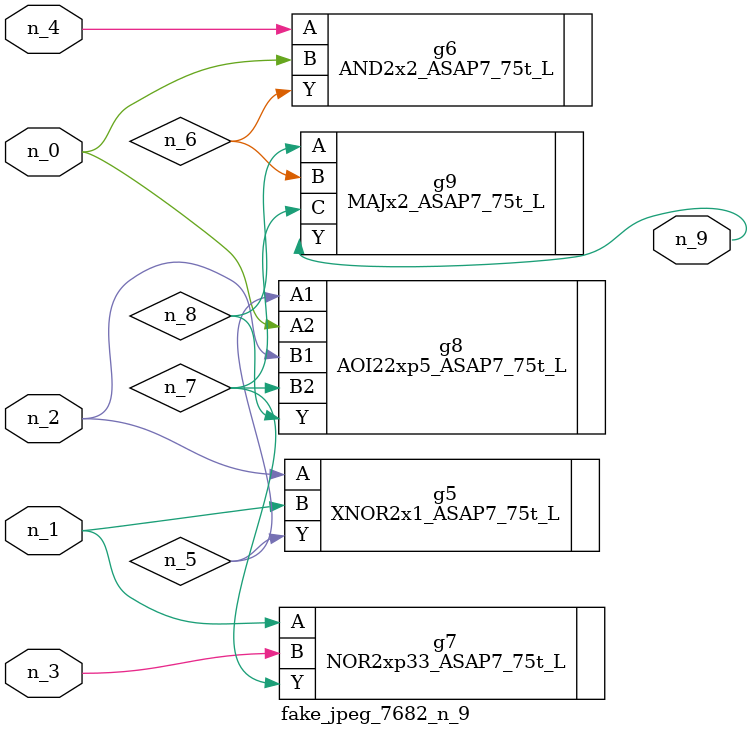
<source format=v>
module fake_jpeg_7682_n_9 (n_3, n_2, n_1, n_0, n_4, n_9);

input n_3;
input n_2;
input n_1;
input n_0;
input n_4;

output n_9;

wire n_8;
wire n_6;
wire n_5;
wire n_7;

XNOR2x1_ASAP7_75t_L g5 ( 
.A(n_2),
.B(n_1),
.Y(n_5)
);

AND2x2_ASAP7_75t_L g6 ( 
.A(n_4),
.B(n_0),
.Y(n_6)
);

NOR2xp33_ASAP7_75t_L g7 ( 
.A(n_1),
.B(n_3),
.Y(n_7)
);

AOI22xp5_ASAP7_75t_L g8 ( 
.A1(n_5),
.A2(n_0),
.B1(n_2),
.B2(n_7),
.Y(n_8)
);

MAJx2_ASAP7_75t_L g9 ( 
.A(n_8),
.B(n_6),
.C(n_7),
.Y(n_9)
);


endmodule
</source>
